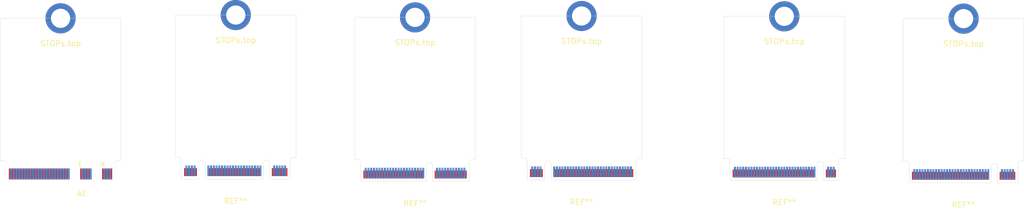
<source format=kicad_pcb>
(kicad_pcb (version 20211014) (generator pcbnew)
  (layers (0 "F.Cu" signal) (31 "B.Cu" signal) (34 "B.Paste" user) (35 "F.Paste" user) (36 "B.SilkS" user "B.Silkscreen") (37 "F.SilkS" user "F.Silkscreen") (38 "B.Mask" user) (39 "F.Mask" user) (44 "Edge.Cuts" user))
  (net 0 "")
  (footprint "m2ngff:m2-outer2230" (layer "F.Cu") (at 141 94)
    (fp_text reference "STOPs.top" (at 0 -25.4) (layer "F.SilkS"))
    (fp_text value "NGFF-BM2230")
    (pad "1" thru_hole circle (at 0 -30) (size 5.5 5.5) (drill 3.5) (layers *.Cu *.Mask))
  )
  (footprint "ngff:NGFF_A" (layer "F.Cu") (at 241.05 94.235)
    (fp_text reference "REF**" (at 0 4) (layer "F.SilkS"))
    (fp_text value "NGFF_A")
    (fp_line (start 7.225 0) (end 9.925 0) (layer "Edge.Cuts") (width 0.05))
    (fp_line (start -9.925 -3.5) (end -9.925 0) (layer "Edge.Cuts") (width 0.05))
    (fp_line (start 0 0) (end 6.025 0) (layer "Edge.Cuts") (width 0.05))
    (fp_line (start 6.025 0) (end 6.025 -2.9) (layer "Edge.Cuts") (width 0.05))
    (fp_line (start 10.425 -4) (end 11 -4) (layer "Edge.Cuts") (width 0.05))
    (fp_line (start -11 -4) (end -10.425 -4) (layer "Edge.Cuts") (width 0.05))
    (fp_line (start 7.225 -2.9) (end 7.225 0) (layer "Edge.Cuts") (width 0.05))
    (fp_line (start 9.925 0) (end 9.925 -3.5) (layer "Edge.Cuts") (width 0.05))
    (fp_line (start -9.925 0) (end 0 0) (layer "Edge.Cuts") (width 0.05))
    (fp_arc (start -10.425 -4) (mid -10.071447 -3.853553) (end -9.925 -3.5) (layer "Edge.Cuts") (width 0.05))
    (fp_arc (start 6.025 -2.9) (mid 6.625 -3.5) (end 7.225 -2.9) (layer "Edge.Cuts") (width 0.05))
    (fp_arc (start 9.925 -3.5) (mid 10.071447 -3.853553) (end 10.425 -4) (layer "Edge.Cuts") (width 0.05))
    (pad "1" smd rect locked (at 9.25 -1.275) (size 0.35 1.45) (layers "F.Cu"))
    (pad "2" smd rect locked (at 9 -1.525) (size 0.35 1.95) (layers "B.Cu"))
    (pad "3" smd rect locked (at 8.75 -1.275) (size 0.35 1.45) (layers "F.Cu"))
    (pad "4" smd rect locked (at 8.5 -1.525) (size 0.35 1.95) (layers "B.Cu"))
    (pad "5" smd rect locked (at 8.25 -1.275) (size 0.35 1.45) (layers "F.Cu"))
    (pad "6" smd rect locked (at 8 -1.525) (size 0.35 1.95) (layers "B.Cu"))
    (pad "7" smd rect locked (at 7.75 -1.275) (size 0.35 1.45) (layers "F.Cu"))
    (pad "16" smd rect locked (at 5.5 -1.525) (size 0.35 1.95) (layers "B.Cu"))
    (pad "17" smd rect locked (at 5.25 -1.275) (size 0.35 1.45) (layers "F.Cu"))
    (pad "18" smd rect locked (at 5 -1.525) (size 0.35 1.95) (layers "B.Cu"))
    (pad "19" smd rect locked (at 4.75 -1.275) (size 0.35 1.45) (layers "F.Cu"))
    (pad "20" smd rect locked (at 4.5 -1.525) (size 0.35 1.95) (layers "B.Cu"))
    (pad "21" smd rect locked (at 4.25 -1.275) (size 0.35 1.45) (layers "F.Cu"))
    (pad "22" smd rect locked (at 4 -1.525) (size 0.35 1.95) (layers "B.Cu"))
    (pad "23" smd rect locked (at 3.75 -1.275) (size 0.35 1.45) (layers "F.Cu"))
    (pad "24" smd rect locked (at 3.5 -1.525) (size 0.35 1.95) (layers "B.Cu"))
    (pad "25" smd rect locked (at 3.25 -1.275) (size 0.35 1.45) (layers "F.Cu"))
    (pad "26" smd rect locked (at 3 -1.525) (size 0.35 1.95) (layers "B.Cu"))
    (pad "27" smd rect locked (at 2.75 -1.275) (size 0.35 1.45) (layers "F.Cu"))
    (pad "28" smd rect locked (at 2.5 -1.525) (size 0.35 1.95) (layers "B.Cu"))
    (pad "29" smd rect locked (at 2.25 -1.275) (size 0.35 1.45) (layers "F.Cu"))
    (pad "30" smd rect locked (at 2 -1.525) (size 0.35 1.95) (layers "B.Cu"))
    (pad "31" smd rect locked (at 1.75 -1.275) (size 0.35 1.45) (layers "F.Cu"))
    (pad "32" smd rect locked (at 1.5 -1.525) (size 0.35 1.95) (layers "B.Cu"))
    (pad "33" smd rect locked (at 1.25 -1.275) (size 0.35 1.45) (layers "F.Cu"))
    (pad "34" smd rect locked (at 1 -1.525) (size 0.35 1.95) (layers "B.Cu"))
    (pad "35" smd rect locked (at 0.75 -1.275) (size 0.35 1.45) (layers "F.Cu"))
    (pad "36" smd rect locked (at 0.5 -1.525) (size 0.35 1.95) (layers "B.Cu"))
    (pad "37" smd rect locked (at 0.25 -1.275) (size 0.35 1.45) (layers "F.Cu"))
    (pad "38" smd rect locked (at 0 -1.525) (size 0.35 1.95) (layers "B.Cu"))
    (pad "39" smd rect locked (at -0.25 -1.275) (size 0.35 1.45) (layers "F.Cu"))
    (pad "40" smd rect locked (at -0.5 -1.525) (size 0.35 1.95) (layers "B.Cu"))
    (pad "41" smd rect locked (at -0.75 -1.275) (size 0.35 1.45) (layers "F.Cu"))
    (pad "42" smd rect locked (at -1 -1.525) (size 0.35 1.95) (layers "B.Cu"))
    (pad "43" smd rect locked (at -1.25 -1.275) (size 0.35 1.45) (layers "F.Cu"))
    (pad "44" smd rect locked (at -1.5 -1.525) (size 0.35 1.95) (layers "B.Cu"))
    (pad "45" smd rect locked (at -1.75 -1.275) (size 0.35 1.45) (layers "F.Cu"))
    (pad "46" smd rect locked (at -2 -1.525) (size 0.35 1.95) (layers "B.Cu"))
    (pad "47" smd rect locked (at -2.25 -1.275) (size 0.35 1.45) (layers "F.Cu"))
    (pad "48" smd rect locked (at -2.5 -1.525) (size 0.35 1.95) (layers "B.Cu"))
    (pad "49" smd rect locked (at -2.75 -1.275) (size 0.35 1.45) (layers "F.Cu"))
    (pad "50" smd rect locked (at -3 -1.525) (size 0.35 1.95) (layers "B.Cu"))
    (pad "51" smd rect locked (at -3.25 -1.275) (size 0.35 1.45) (layers "F.Cu"))
    (pad "52" smd rect locked (at -3.5 -1.525) (size 0.35 1.95) (layers "B.Cu"))
    (pad "53" smd rect locked (at -3.75 -1.275) (size 0.35 1.45) (layers "F.Cu"))
    (pad "54" smd rect locked (at -4 -1.525) (size 0.35 1.95) (layers "B.Cu"))
    (pad "55" smd rect locked (at -4.25 -1.275) (size 0.35 1.45) (layers "F.Cu"))
    (pad "56" smd rect locked (at -4.5 -1.525) (size 0.35 1.95) (layers "B.Cu"))
    (pad "57" smd rect locked (at -4.75 -1.275) (size 0.35 1.45) (layers "F.Cu"))
    (pad "58" smd rect locked (at -5 -1.525) (size 0.35 1.95) (layers "B.Cu"))
    (pad "59" smd rect locked (at -5.25 -1.275) (size 0.35 1.45) (layers "F.Cu"))
    (pad "60" smd rect locked (at -5.5 -1.525) (size 0.35 1.95) (layers "B.Cu"))
    (pad "61" smd rect locked (at -5.75 -1.275) (size 0.35 1.45) (layers "F.Cu"))
    (pad "62" smd rect locked (at -6 -1.525) (size 0.35 1.95) (layers "B.Cu"))
    (pad "63" smd rect locked (at -6.25 -1.275) (size 0.35 1.45) (layers "F.Cu"))
    (pad "64" smd rect locked (at -6.5 -1.525) (size 0.35 1.95) (layers "B.Cu"))
    (pad "65" smd rect locked (at -6.75 -1.275) (size 0.35 1.45) (layers "F.Cu"))
    (pad "66" smd rect locked (at -7 -1.525) (size 0.35 1.95) (layers "B.Cu"))
    (pad "67" smd rect locked (at -7.25 -1.275) (size 0.35 1.45) (layers "F.Cu"))
    (pad "68" smd rect locked (at -7.5 -1.525) (size 0.35 1.95) (layers "B.Cu"))
    (pad "69" smd rect locked (at -7.75 -1.275) (size 0.35 1.45) (layers "F.Cu"))
    (pad "70" smd rect locked (at -8 -1.525) (size 0.35 1.95) (layers "B.Cu"))
    (pad "71" smd rect locked (at -8.25 -1.275) (size 0.35 1.45) (layers "F.Cu"))
    (pad "72" smd rect locked (at -8.5 -1.525) (size 0.35 1.95) (layers "B.Cu"))
    (pad "73" smd rect locked (at -8.75 -1.275) (size 0.35 1.45) (layers "F.Cu"))
    (pad "74" smd rect locked (at -9 -1.525) (size 0.35 1.95) (layers "B.Cu"))
    (pad "75" smd rect locked (at -9.25 -1.275) (size 0.35 1.45) (layers "F.Cu"))
  )
  (footprint "ngff:NGFF_BM" (layer "F.Cu") (at 141 94)
    (fp_text reference "REF**" (at 0 4) (layer "F.SilkS"))
    (fp_text value "NGFF_B+M")
    (fp_line (start -9.925 0) (end -6.725 0) (layer "Edge.Cuts") (width 0.05))
    (fp_line (start -9.925 -3.5) (end -9.925 0) (layer "Edge.Cuts") (width 0.05))
    (fp_line (start -5.525 0) (end 0 0) (layer "Edge.Cuts") (width 0.05))
    (fp_line (start 6.225 0) (end 9.925 0) (layer "Edge.Cuts") (width 0.05))
    (fp_line (start -6.725 0) (end -6.725 -2.9) (layer "Edge.Cuts") (width 0.05))
    (fp_line (start -5.525 -2.9) (end -5.525 0) (layer "Edge.Cuts") (width 0.05))
    (fp_line (start 9.925 0) (end 9.925 -3.5) (layer "Edge.Cuts") (width 0.05))
    (fp_line (start 10.425 -4) (end 11 -4) (layer "Edge.Cuts") (width 0.05))
    (fp_line (start 0 0) (end 5.025 0) (layer "Edge.Cuts") (width 0.05))
    (fp_line (start 5.025 0) (end 5.025 -2.9) (layer "Edge.Cuts") (width 0.05))
    (fp_line (start 6.225 -2.9) (end 6.225 0) (layer "Edge.Cuts") (width 0.05))
    (fp_line (start -11 -4) (end -10.425 -4) (layer "Edge.Cuts") (width 0.05))
    (fp_arc (start 5.025 -2.9) (mid 5.625 -3.5) (end 6.225 -2.9) (layer "Edge.Cuts") (width 0.05))
    (fp_arc (start -6.725 -2.9) (mid -6.125 -3.5) (end -5.525 -2.9) (layer "Edge.Cuts") (width 0.05))
    (fp_arc (start 9.925 -3.5) (mid 10.071447 -3.853553) (end 10.425 -4) (layer "Edge.Cuts") (width 0.05))
    (fp_arc (start -10.425 -4) (mid -10.071447 -3.853553) (end -9.925 -3.5) (layer "Edge.Cuts") (width 0.05))
    (pad "1" smd rect locked (at 9.25 -1.275) (size 0.35 1.45) (layers "F.Cu"))
    (pad "2" smd rect locked (at 9 -1.525) (size 0.35 1.95) (layers "B.Cu"))
    (pad "3" smd rect locked (at 8.75 -1.275) (size 0.35 1.45) (layers "F.Cu"))
    (pad "4" smd rect locked (at 8.5 -1.525) (size 0.35 1.95) (layers "B.Cu"))
    (pad "5" smd rect locked (at 8.25 -1.275) (size 0.35 1.45) (layers "F.Cu"))
    (pad "6" smd rect locked (at 8 -1.525) (size 0.35 1.95) (layers "B.Cu"))
    (pad "7" smd rect locked (at 7.75 -1.275) (size 0.35 1.45) (layers "F.Cu"))
    (pad "8" smd rect locked (at 7.5 -1.525) (size 0.35 1.95) (layers "B.Cu"))
    (pad "9" smd rect locked (at 7.25 -1.275) (size 0.35 1.45) (layers "F.Cu"))
    (pad "10" smd rect locked (at 7 -1.525) (size 0.35 1.95) (layers "B.Cu"))
    (pad "11" smd rect locked (at 6.75 -1.275) (size 0.35 1.45) (layers "F.Cu"))
    (pad "20" smd rect locked (at 4.5 -1.525) (size 0.35 1.95) (layers "B.Cu"))
    (pad "21" smd rect locked (at 4.25 -1.275) (size 0.35 1.45) (layers "F.Cu"))
    (pad "22" smd rect locked (at 4 -1.525) (size 0.35 1.95) (layers "B.Cu"))
    (pad "23" smd rect locked (at 3.75 -1.275) (size 0.35 1.45) (layers "F.Cu"))
    (pad "24" smd rect locked (at 3.5 -1.525) (size 0.35 1.95) (layers "B.Cu"))
    (pad "25" smd rect locked (at 3.25 -1.275) (size 0.35 1.45) (layers "F.Cu"))
    (pad "26" smd rect locked (at 3 -1.525) (size 0.35 1.95) (layers "B.Cu"))
    (pad "27" smd rect locked (at 2.75 -1.275) (size 0.35 1.45) (layers "F.Cu"))
    (pad "28" smd rect locked (at 2.5 -1.525) (size 0.35 1.95) (layers "B.Cu"))
    (pad "29" smd rect locked (at 2.25 -1.275) (size 0.35 1.45) (layers "F.Cu"))
    (pad "30" smd rect locked (at 2 -1.525) (size 0.35 1.95) (layers "B.Cu"))
    (pad "31" smd rect locked (at 1.75 -1.275) (size 0.35 1.45) (layers "F.Cu"))
    (pad "32" smd rect locked (at 1.5 -1.525) (size 0.35 1.95) (layers "B.Cu"))
    (pad "33" smd rect locked (at 1.25 -1.275) (size 0.35 1.45) (layers "F.Cu"))
    (pad "34" smd rect locked (at 1 -1.525) (size 0.35 1.95) (layers "B.Cu"))
    (pad "35" smd rect locked (at 0.75 -1.275) (size 0.35 1.45) (layers "F.Cu"))
    (pad "36" smd rect locked (at 0.5 -1.525) (size 0.35 1.95) (layers "B.Cu"))
    (pad "37" smd rect locked (at 0.25 -1.275) (size 0.35 1.45) (layers "F.Cu"))
    (pad "38" smd rect locked (at 0 -1.525) (size 0.35 1.95) (layers "B.Cu"))
    (pad "39" smd rect locked (at -0.25 -1.275) (size 0.35 1.45) (layers "F.Cu"))
    (pad "40" smd rect locked (at -0.5 -1.525) (size 0.35 1.95) (layers "B.Cu"))
    (pad "41" smd rect locked (at -0.75 -1.275) (size 0.35 1.45) (layers "F.Cu"))
    (pad "42" smd rect locked (at -1 -1.525) (size 0.35 1.95) (layers "B.Cu"))
    (pad "43" smd rect locked (at -1.25 -1.275) (size 0.35 1.45) (layers "F.Cu"))
    (pad "44" smd rect locked (at -1.5 -1.525) (size 0.35 1.95) (layers "B.Cu"))
    (pad "45" smd rect locked (at -1.75 -1.275) (size 0.35 1.45) (layers "F.Cu"))
    (pad "46" smd rect locked (at -2 -1.525) (size 0.35 1.95) (layers "B.Cu"))
    (pad "47" smd rect locked (at -2.25 -1.275) (size 0.35 1.45) (layers "F.Cu"))
    (pad "48" smd rect locked (at -2.5 -1.525) (size 0.35 1.95) (layers "B.Cu"))
    (pad "49" smd rect locked (at -2.75 -1.275) (size 0.35 1.45) (layers "F.Cu"))
    (pad "50" smd rect locked (at -3 -1.525) (size 0.35 1.95) (layers "B.Cu"))
    (pad "51" smd rect locked (at -3.25 -1.275) (size 0.35 1.45) (layers "F.Cu"))
    (pad "52" smd rect locked (at -3.5 -1.525) (size 0.35 1.95) (layers "B.Cu"))
    (pad "53" smd rect locked (at -3.75 -1.275) (size 0.35 1.45) (layers "F.Cu"))
    (pad "54" smd rect locked (at -4 -1.525) (size 0.35 1.95) (layers "B.Cu"))
    (pad "55" smd rect locked (at -4.25 -1.275) (size 0.35 1.45) (layers "F.Cu"))
    (pad "56" smd rect locked (at -4.5 -1.525) (size 0.35 1.95) (layers "B.Cu"))
    (pad "57" smd rect locked (at -4.75 -1.275) (size 0.35 1.45) (layers "F.Cu"))
    (pad "58" smd rect locked (at -5 -1.525) (size 0.35 1.95) (layers "B.Cu"))
    (pad "67" smd rect locked (at -7.25 -1.275) (size 0.35 1.45) (layers "F.Cu"))
    (pad "68" smd rect locked (at -7.5 -1.525) (size 0.35 1.95) (layers "B.Cu"))
    (pad "69" smd rect locked (at -7.75 -1.275) (size 0.35 1.45) (layers "F.Cu"))
    (pad "70" smd rect locked (at -8 -1.525) (size 0.35 1.95) (layers "B.Cu"))
    (pad "71" smd rect locked (at -8.25 -1.275) (size 0.35 1.45) (layers "F.Cu"))
    (pad "72" smd rect locked (at -8.5 -1.525) (size 0.35 1.95) (layers "B.Cu"))
    (pad "73" smd rect locked (at -8.75 -1.275) (size 0.35 1.45) (layers "F.Cu"))
    (pad "74" smd rect locked (at -9 -1.525) (size 0.35 1.95) (layers "B.Cu"))
    (pad "75" smd rect locked (at -9.25 -1.275) (size 0.35 1.45) (layers "F.Cu"))
  )
  (footprint "ngff:NGFF_B" (layer "F.Cu") (at 273.75 94.66)
    (fp_text reference "REF**" (at 0 4) (layer "F.SilkS"))
    (fp_text value "NGFF_B")
    (fp_line (start 0 0) (end 5.025 0) (layer "Edge.Cuts") (width 0.05))
    (fp_line (start 6.225 -2.9) (end 6.225 0) (layer "Edge.Cuts") (width 0.05))
    (fp_line (start 10.425 -4) (end 11 -4) (layer "Edge.Cuts") (width 0.05))
    (fp_line (start -9.925 -3.5) (end -9.925 0) (layer "Edge.Cuts") (width 0.05))
    (fp_line (start -11 -4) (end -10.425 -4) (layer "Edge.Cuts") (width 0.05))
    (fp_line (start 5.025 0) (end 5.025 -2.9) (layer "Edge.Cuts") (width 0.05))
    (fp_line (start 9.925 0) (end 9.925 -3.5) (layer "Edge.Cuts") (width 0.05))
    (fp_line (start 6.225 0) (end 9.925 0) (layer "Edge.Cuts") (width 0.05))
    (fp_line (start -9.925 0) (end 0 0) (layer "Edge.Cuts") (width 0.05))
    (fp_arc (start -10.425 -4) (mid -10.071447 -3.853553) (end -9.925 -3.5) (layer "Edge.Cuts") (width 0.05))
    (fp_arc (start 9.925 -3.5) (mid 10.071447 -3.853553) (end 10.425 -4) (layer "Edge.Cuts") (width 0.05))
    (fp_arc (start 5.025 -2.9) (mid 5.625 -3.5) (end 6.225 -2.9) (layer "Edge.Cuts") (width 0.05))
    (pad "1" smd rect locked (at 9.25 -1.275) (size 0.35 1.45) (layers "F.Cu"))
    (pad "2" smd rect locked (at 9 -1.525) (size 0.35 1.95) (layers "B.Cu"))
    (pad "3" smd rect locked (at 8.75 -1.275) (size 0.35 1.45) (layers "F.Cu"))
    (pad "4" smd rect locked (at 8.5 -1.525) (size 0.35 1.95) (layers "B.Cu"))
    (pad "5" smd rect locked (at 8.25 -1.275) (size 0.35 1.45) (layers "F.Cu"))
    (pad "6" smd rect locked (at 8 -1.525) (size 0.35 1.95) (layers "B.Cu"))
    (pad "7" smd rect locked (at 7.75 -1.275) (size 0.35 1.45) (layers "F.Cu"))
    (pad "8" smd rect locked (at 7.5 -1.525) (size 0.35 1.95) (layers "B.Cu"))
    (pad "9" smd rect locked (at 7.25 -1.275) (size 0.35 1.45) (layers "F.Cu"))
    (pad "10" smd rect locked (at 7 -1.525) (size 0.35 1.95) (layers "B.Cu"))
    (pad "11" smd rect locked (at 6.75 -1.275) (size 0.35 1.45) (layers "F.Cu"))
    (pad "20" smd rect locked (at 4.5 -1.525) (size 0.35 1.95) (layers "B.Cu"))
    (pad "21" smd rect locked (at 4.25 -1.275) (size 0.35 1.45) (layers "F.Cu"))
    (pad "22" smd rect locked (at 4 -1.525) (size 0.35 1.95) (layers "B.Cu"))
    (pad "23" smd rect locked (at 3.75 -1.275) (size 0.35 1.45) (layers "F.Cu"))
    (pad "24" smd rect locked (at 3.5 -1.525) (size 0.35 1.95) (layers "B.Cu"))
    (pad "25" smd rect locked (at 3.25 -1.275) (size 0.35 1.45) (layers "F.Cu"))
    (pad "26" smd rect locked (at 3 -1.525) (size 0.35 1.95) (layers "B.Cu"))
    (pad "27" smd rect locked (at 2.75 -1.275) (size 0.35 1.45) (layers "F.Cu"))
    (pad "28" smd rect locked (at 2.5 -1.525) (size 0.35 1.95) (layers "B.Cu"))
    (pad "29" smd rect locked (at 2.25 -1.275) (size 0.35 1.45) (layers "F.Cu"))
    (pad "30" smd rect locked (at 2 -1.525) (size 0.35 1.95) (layers "B.Cu"))
    (pad "31" smd rect locked (at 1.75 -1.275) (size 0.35 1.45) (layers "F.Cu"))
    (pad "32" smd rect locked (at 1.5 -1.525) (size 0.35 1.95) (layers "B.Cu"))
    (pad "33" smd rect locked (at 1.25 -1.275) (size 0.35 1.45) (layers "F.Cu"))
    (pad "34" smd rect locked (at 1 -1.525) (size 0.35 1.95) (layers "B.Cu"))
    (pad "35" smd rect locked (at 0.75 -1.275) (size 0.35 1.45) (layers "F.Cu"))
    (pad "36" smd rect locked (at 0.5 -1.525) (size 0.35 1.95) (layers "B.Cu"))
    (pad "37" smd rect locked (at 0.25 -1.275) (size 0.35 1.45) (layers "F.Cu"))
    (pad "38" smd rect locked (at 0 -1.525) (size 0.35 1.95) (layers "B.Cu"))
    (pad "39" smd rect locked (at -0.25 -1.275) (size 0.35 1.45) (layers "F.Cu"))
    (pad "40" smd rect locked (at -0.5 -1.525) (size 0.35 1.95) (layers "B.Cu"))
    (pad "41" smd rect locked (at -0.75 -1.275) (size 0.35 1.45) (layers "F.Cu"))
    (pad "42" smd rect locked (at -1 -1.525) (size 0.35 1.95) (layers "B.Cu"))
    (pad "43" smd rect locked (at -1.25 -1.275) (size 0.35 1.45) (layers "F.Cu"))
    (pad "44" smd rect locked (at -1.5 -1.525) (size 0.35 1.95) (layers "B.Cu"))
    (pad "45" smd rect locked (at -1.75 -1.275) (size 0.35 1.45) (layers "F.Cu"))
    (pad "46" smd rect locked (at -2 -1.525) (size 0.35 1.95) (layers "B.Cu"))
    (pad "47" smd rect locked (at -2.25 -1.275) (size 0.35 1.45) (layers "F.Cu"))
    (pad "48" smd rect locked (at -2.5 -1.525) (size 0.35 1.95) (layers "B.Cu"))
    (pad "49" smd rect locked (at -2.75 -1.275) (size 0.35 1.45) (layers "F.Cu"))
    (pad "50" smd rect locked (at -3 -1.525) (size 0.35 1.95) (layers "B.Cu"))
    (pad "51" smd rect locked (at -3.25 -1.275) (size 0.35 1.45) (layers "F.Cu"))
    (pad "52" smd rect locked (at -3.5 -1.525) (size 0.35 1.95) (layers "B.Cu"))
    (pad "53" smd rect locked (at -3.75 -1.275) (size 0.35 1.45) (layers "F.Cu"))
    (pad "54" smd rect locked (at -4 -1.525) (size 0.35 1.95) (layers "B.Cu"))
    (pad "55" smd rect locked (at -4.25 -1.275) (size 0.35 1.45) (layers "F.Cu"))
    (pad "56" smd rect locked (at -4.5 -1.525) (size 0.35 1.95) (layers "B.Cu"))
    (pad "57" smd rect locked (at -4.75 -1.275) (size 0.35 1.45) (layers "F.Cu"))
    (pad "58" smd rect locked (at -5 -1.525) (size 0.35 1.95) (layers "B.Cu"))
    (pad "59" smd rect locked (at -5.25 -1.275) (size 0.35 1.45) (layers "F.Cu"))
    (pad "60" smd rect locked (at -5.5 -1.525) (size 0.35 1.95) (layers "B.Cu"))
    (pad "61" smd rect locked (at -5.75 -1.275) (size 0.35 1.45) (layers "F.Cu"))
    (pad "62" smd rect locked (at -6 -1.525) (size 0.35 1.95) (layers "B.Cu"))
    (pad "63" smd rect locked (at -6.25 -1.275) (size 0.35 1.45) (layers "F.Cu"))
    (pad "64" smd rect locked (at -6.5 -1.525) (size 0.35 1.95) (layers "B.Cu"))
    (pad "65" smd rect locked (at -6.75 -1.275) (size 0.35 1.45) (layers "F.Cu"))
    (pad "66" smd rect locked (at -7 -1.525) (size 0.35 1.95) (layers "B.Cu"))
    (pad "67" smd rect locked (at -7.25 -1.275) (size 0.35 1.45) (layers "F.Cu"))
    (pad "68" smd rect locked (at -7.5 -1.525) (size 0.35 1.95) (layers "B.Cu"))
    (pad "69" smd rect locked (at -7.75 -1.275) (size 0.35 1.45) (layers "F.Cu"))
    (pad "70" smd rect locked (at -8 -1.525) (size 0.35 1.95) (layers "B.Cu"))
    (pad "71" smd rect locked (at -8.25 -1.275) (size 0.35 1.45) (layers "F.Cu"))
    (pad "72" smd rect locked (at -8.5 -1.525) (size 0.35 1.95) (layers "B.Cu"))
    (pad "73" smd rect locked (at -8.75 -1.275) (size 0.35 1.45) (layers "F.Cu"))
    (pad "74" smd rect locked (at -9 -1.525) (size 0.35 1.95) (layers "B.Cu"))
    (pad "75" smd rect locked (at -9.25 -1.275) (size 0.35 1.45) (layers "F.Cu"))
  )
  (footprint "m2ngff:m2-outer2230" (layer "F.Cu") (at 204.075 94.175)
    (fp_text reference "STOPs.top" (at 0 -25.4) (layer "F.SilkS"))
    (fp_text value "NGFF-BM2230")
    (pad "1" thru_hole circle (at 0 -30) (size 5.5 5.5) (drill 3.5) (layers *.Cu *.Mask))
  )
  (footprint "ngff:NGFF_E" (layer "F.Cu") (at 173.7 94.425)
    (fp_text reference "REF**" (at 0 4) (layer "F.SilkS"))
    (fp_text value "NGFF_E")
    (fp_line (start 9.925 0) (end 9.925 -3.5) (layer "Edge.Cuts") (width 0.05))
    (fp_line (start 3.225 -2.9) (end 3.225 0) (layer "Edge.Cuts") (width 0.05))
    (fp_line (start 0 0) (end 2.025 0) (layer "Edge.Cuts") (width 0.05))
    (fp_line (start 10.425 -4) (end 11 -4) (layer "Edge.Cuts") (width 0.05))
    (fp_line (start -11 -4) (end -10.425 -4) (layer "Edge.Cuts") (width 0.05))
    (fp_line (start -9.925 -3.5) (end -9.925 0) (layer "Edge.Cuts") (width 0.05))
    (fp_line (start -9.925 0) (end 0 0) (layer "Edge.Cuts") (width 0.05))
    (fp_line (start 2.025 0) (end 2.025 -2.9) (layer "Edge.Cuts") (width 0.05))
    (fp_line (start 3.225 0) (end 9.925 0) (layer "Edge.Cuts") (width 0.05))
    (fp_arc (start 2.025 -2.9) (mid 2.625 -3.5) (end 3.225 -2.9) (layer "Edge.Cuts") (width 0.05))
    (fp_arc (start 9.925 -3.5) (mid 10.071447 -3.853553) (end 10.425 -4) (layer "Edge.Cuts") (width 0.05))
    (fp_arc (start -10.425 -4) (mid -10.071447 -3.853553) (end -9.925 -3.5) (layer "Edge.Cuts") (width 0.05))
    (pad "1" smd rect locked (at 9.25 -1.275) (size 0.35 1.45) (layers "F.Cu"))
    (pad "2" smd rect locked (at 9 -1.525) (size 0.35 1.95) (layers "B.Cu"))
    (pad "3" smd rect locked (at 8.75 -1.275) (size 0.35 1.45) (layers "F.Cu"))
    (pad "4" smd rect locked (at 8.5 -1.525) (size 0.35 1.95) (layers "B.Cu"))
    (pad "5" smd rect locked (at 8.25 -1.275) (size 0.35 1.45) (layers "F.Cu"))
    (pad "6" smd rect locked (at 8 -1.525) (size 0.35 1.95) (layers "B.Cu"))
    (pad "7" smd rect locked (at 7.75 -1.275) (size 0.35 1.45) (layers "F.Cu"))
    (pad "8" smd rect locked (at 7.5 -1.525) (size 0.35 1.95) (layers "B.Cu"))
    (pad "9" smd rect locked (at 7.25 -1.275) (size 0.35 1.45) (layers "F.Cu"))
    (pad "10" smd rect locked (at 7 -1.525) (size 0.35 1.95) (layers "B.Cu"))
    (pad "11" smd rect locked (at 6.75 -1.275) (size 0.35 1.45) (layers "F.Cu"))
    (pad "12" smd rect locked (at 6.5 -1.525) (size 0.35 1.95) (layers "B.Cu"))
    (pad "13" smd rect locked (at 6.25 -1.275) (size 0.35 1.45) (layers "F.Cu"))
    (pad "14" smd rect locked (at 6 -1.525) (size 0.35 1.95) (layers "B.Cu"))
    (pad "15" smd rect locked (at 5.75 -1.275) (size 0.35 1.45) (layers "F.Cu"))
    (pad "16" smd rect locked (at 5.5 -1.525) (size 0.35 1.95) (layers "B.Cu"))
    (pad "17" smd rect locked (at 5.25 -1.275) (size 0.35 1.45) (layers "F.Cu"))
    (pad "18" smd rect locked (at 5 -1.525) (size 0.35 1.95) (layers "B.Cu"))
    (pad "19" smd rect locked (at 4.75 -1.275) (size 0.35 1.45) (layers "F.Cu"))
    (pad "20" smd rect locked (at 4.5 -1.525) (size 0.35 1.95) (layers "B.Cu"))
    (pad "21" smd rect locked (at 4.25 -1.275) (size 0.35 1.45) (layers "F.Cu"))
    (pad "22" smd rect locked (at 4 -1.525) (size 0.35 1.95) (layers "B.Cu"))
    (pad "23" smd rect locked (at 3.75 -1.275) (size 0.35 1.45) (layers "F.Cu"))
    (pad "32" smd rect locked (at 1.5 -1.525) (size 0.35 1.95) (layers "B.Cu"))
    (pad "33" smd rect locked (at 1.25 -1.275) (size 0.35 1.45) (layers "F.Cu"))
    (pad "34" smd rect locked (at 1 -1.525) (size 0.35 1.95) (layers "B.Cu"))
    (pad "35" smd rect locked (at 0.75 -1.275) (size 0.35 1.45) (layers "F.Cu"))
    (pad "36" smd rect locked (at 0.5 -1.525) (size 0.35 1.95) (layers "B.Cu"))
    (pad "37" smd rect locked (at 0.25 -1.275) (size 0.35 1.45) (layers "F.Cu"))
    (pad "38" smd rect locked (at 0 -1.525) (size 0.35 1.95) (layers "B.Cu"))
    (pad "39" smd rect locked (at -0.25 -1.275) (size 0.35 1.45) (layers "F.Cu"))
    (pad "40" smd rect locked (at -0.5 -1.525) (size 0.35 1.95) (layers "B.Cu"))
    (pad "41" smd rect locked (at -0.75 -1.275) (size 0.35 1.45) (layers "F.Cu"))
    (pad "42" smd rect locked (at -1 -1.525) (size 0.35 1.95) (layers "B.Cu"))
    (pad "43" smd rect locked (at -1.25 -1.275) (size 0.35 1.45) (layers "F.Cu"))
    (pad "44" smd rect locked (at -1.5 -1.525) (size 0.35 1.95) (layers "B.Cu"))
    (pad "45" smd rect locked (at -1.75 -1.275) (size 0.35 1.45) (layers "F.Cu"))
    (pad "46" smd rect locked (at -2 -1.525) (size 0.35 1.95) (layers "B.Cu"))
    (pad "47" smd rect locked (at -2.25 -1.275) (size 0.35 1.45) (layers "F.Cu"))
    (pad "48" smd rect locked (at -2.5 -1.525) (size 0.35 1.95) (layers "B.Cu"))
    (pad "49" smd rect locked (at -2.75 -1.275) (size 0.35 1.45) (layers "F.Cu"))
    (pad "50" smd rect locked (at -3 -1.525) (size 0.35 1.95) (layers "B.Cu"))
    (pad "51" smd rect locked (at -3.25 -1.275) (size 0.35 1.45) (layers "F.Cu"))
    (pad "52" smd rect locked (at -3.5 -1.525) (size 0.35 1.95) (layers "B.Cu"))
    (pad "53" smd rect locked (at -3.75 -1.275) (size 0.35 1.45) (layers "F.Cu"))
    (pad "54" smd rect locked (at -4 -1.525) (size 0.35 1.95) (layers "B.Cu"))
    (pad "55" smd rect locked (at -4.25 -1.275) (size 0.35 1.45) (layers "F.Cu"))
    (pad "56" smd rect locked (at -4.5 -1.525) (size 0.35 1.95) (layers "B.Cu"))
    (pad "57" smd rect locked (at -4.75 -1.275) (size 0.35 1.45) (layers "F.Cu"))
    (pad "58" smd rect locked (at -5 -1.525) (size 0.35 1.95) (layers "B.Cu"))
    (pad "59" smd rect locked (at -5.25 -1.275) (size 0.35 1.45) (layers "F.Cu"))
    (pad "60" smd rect locked (at -5.5 -1.525) (size 0.35 1.95) (layers "B.Cu"))
    (pad "61" smd rect locked (at -5.75 -1.275) (size 0.35 1.45) (layers "F.Cu"))
    (pad "62" smd rect locked (at -6 -1.525) (size 0.35 1.95) (layers "B.Cu"))
    (pad "63" smd rect locked (at -6.25 -1.275) (size 0.35 1.45) (layers "F.Cu"))
    (pad "64" smd rect locked (at -6.5 -1.525) (size 0.35 1.95) (layers "B.Cu"))
    (pad "65" smd rect locked (at -6.75 -1.275) (size 0.35 1.45) (layers "F.Cu"))
    (pad "66" smd rect locked (at -7 -1.525) (size 0.35 1.95) (layers "B.Cu"))
    (pad "67" smd rect locked (at -7.25 -1.275) (size 0.35 1.45) (layers "F.Cu"))
    (pad "68" smd rect locked (at -7.5 -1.525) (size 0.35 1.95) (layers "B.Cu"))
    (pad "69" smd rect locked (at -7.75 -1.275) (size 0.35 1.45) (layers "F.Cu"))
    (pad "70" smd rect locked (at -8 -1.525) (size 0.35 1.95) (layers "B.Cu"))
    (pad "71" smd rect locked (at -8.25 -1.275) (size 0.35 1.45) (layers "F.Cu"))
    (pad "72" smd rect locked (at -8.5 -1.525) (size 0.35 1.95) (layers "B.Cu"))
    (pad "73" smd rect locked (at -8.75 -1.275) (size 0.35 1.45) (layers "F.Cu"))
    (pad "74" smd rect locked (at -9 -1.525) (size 0.35 1.95) (layers "B.Cu"))
    (pad "75" smd rect locked (at -9.25 -1.275) (size 0.35 1.45) (layers "F.Cu"))
  )
  (footprint "ngff:NGFF_AE" (layer "F.Cu") (at 109.04 94.6)
    (fp_text reference "AE" (at 3.91 2.05) (layer "F.SilkS"))
    (fp_text value "NGFF_AE")
    (fp_text user "A" (at 7.7 -3.3) (layer "F.SilkS") (effects (font (size 0.8 0.8))))
    (fp_text user "E" (at 3.6 -3.3) (layer "F.SilkS") (effects (font (size 0.8 0.8))))
    (fp_line (start 3.225 0) (end 3.225 -2.9) (layer "Edge.Cuts") (width 0.01))
    (fp_line (start 3.225 0) (end 6.025 0) (layer "Edge.Cuts") (width 0.01))
    (fp_line (start -9.9 0) (end -9.9 -3.5) (layer "Edge.Cuts") (width 0.01))
    (fp_line (start 7.225 0) (end 7.225 -2.9) (layer "Edge.Cuts") (width 0.01))
    (fp_line (start 9.9 0) (end 9.9 -3.5) (layer "Edge.Cuts") (width 0.01))
    (fp_line (start 2.025 0) (end 2.025 -2.9) (layer "Edge.Cuts") (width 0.01))
    (fp_line (start -9.9 0) (end 2.025 0) (layer "Edge.Cuts") (width 0.01))
    (fp_line (start 11 -4) (end 10.4 -4) (layer "Edge.Cuts") (width 0.05))
    (fp_line (start 7.225 0) (end 9.9 0) (layer "Edge.Cuts") (width 0.01))
    (fp_line (start -11 -4) (end -10.4 -4) (layer "Edge.Cuts") (width 0.05))
    (fp_line (start 6.025 0) (end 6.025 -2.9) (layer "Edge.Cuts") (width 0.01))
    (fp_arc (start 2.025 -2.9) (mid 2.625 -3.5) (end 3.225 -2.9) (layer "Edge.Cuts") (width 0.01))
    (fp_arc (start 6.025 -2.9) (mid 6.625 -3.5) (end 7.225 -2.9) (layer "Edge.Cuts") (width 0.01))
    (fp_arc (start 9.9 -3.5) (mid 10.046447 -3.853553) (end 10.4 -4) (layer "Edge.Cuts") (width 0.05))
    (fp_arc (start -10.4 -4) (mid -10.046447 -3.853553) (end -9.9 -3.5) (layer "Edge.Cuts") (width 0.05))
    (pad "1" smd rect (at 9.25 -1.55) (size 0.35 2) (layers "F.Cu" "F.Mask"))
    (pad "2" smd rect (at 9 -1.55) (size 0.35 2) (layers "B.Cu" "B.Mask"))
    (pad "3" smd rect (at 8.75 -1.55) (size 0.35 2) (layers "F.Cu" "F.Mask"))
    (pad "4" smd rect (at 8.5 -1.55) (size 0.35 2) (layers "B.Cu" "B.Mask"))
    (pad "5" smd rect (at 8.25 -1.55) (size 0.35 2) (layers "F.Cu" "F.Mask"))
    (pad "6" smd rect (at 8 -1.55) (size 0.35 2) (layers "B.Cu" "B.Mask"))
    (pad "7" smd rect (at 7.75 -1.55) (size 0.35 2) (layers "F.Cu" "F.Mask"))
    (pad "16" smd rect (at 5.5 -1.55) (size 0.35 2) (layers "B.Cu" "B.Mask"))
    (pad "17" smd rect (at 5.25 -1.55) (size 0.35 2) (layers "F.Cu" "F.Mask"))
    (pad "18" smd rect (at 5 -1.55) (size 0.35 2) (layers "B.Cu" "B.Mask"))
    (pad "19" smd rect (at 4.75 -1.55) (size 0.35 2) (layers "F.Cu" "F.Mask"))
    (pad "20" smd rect (at 4.5 -1.55) (size 0.35 2) (layers "B.Cu" "B.Mask"))
    (pad "21" smd rect (at 4.25 -1.55) (size 0.35 2) (layers "F.Cu" "F.Mask"))
    (pad "22" smd rect (at 4 -1.55) (size 0.35 2) (layers "B.Cu" "B.Mask"))
    (pad "23" smd rect (at 3.75 -1.55) (size 0.35 2) (layers "F.Cu" "F.Mask"))
    (pad "32" smd rect (at 1.5 -1.55) (size 0.35 2) (layers "B.Cu" "B.Mask"))
    (pad "33" smd rect (at 1.25 -1.55) (size 0.35 2) (layers "F.Cu" "F.Mask"))
    (pad "34" smd rect (at 1 -1.55) (size 0.35 2) (layers "B.Cu" "B.Mask"))
    (pad "35" smd rect (at 0.75 -1.55) (size 0.35 2) (layers "F.Cu" "F.Mask"))
    (pad "36" smd rect (at 0.5 -1.55) (size 0.35 2) (layers "B.Cu" "B.Mask"))
    (pad "37" smd rect (at 0.25 -1.55) (size 0.35 2) (layers "F.Cu" "F.Mask"))
    (pad "38" smd rect (at 0 -1.55) (size 0.35 2) (layers "B.Cu" "B.Mask"))
    (pad "39" smd rect (at -0.25 -1.55) (size 0.35 2) (layers "F.Cu" "F.Mask"))
    (pad "40" smd rect (at -0.5 -1.55) (size 0.35 2) (layers "B.Cu" "B.Mask"))
    (pad "41" smd rect (at -0.75 -1.55) (size 0.35 2) (layers "F.Cu" "F.Mask"))
    (pad "42" smd rect (at -1 -1.55) (size 0.35 2) (layers "B.Cu" "B.Mask"))
    (pad "43" smd rect (at -1.25 -1.55) (size 0.35 2) (layers "F.Cu" "F.Mask"))
    (pad "44" smd rect (at -1.5 -1.55) (size 0.35 2) (layers "B.Cu" "B.Mask"))
    (pad "45" smd rect (at -1.75 -1.55) (size 0.35 2) (layers "F.Cu" "F.Mask"))
    (pad "46" smd rect (at -2 -1.55) (size 0.35 2) (layers "B.Cu" "B.Mask"))
    (pad "47" smd rect (at -2.25 -1.55) (size 0.35 2) (layers "F.Cu" "F.Mask"))
    (pad "48" smd rect (at -2.5 -1.55) (size 0.35 2) (layers "B.Cu" "B.Mask"))
    (pad "49" smd rect (at -2.75 -1.55) (size 0.35 2) (layers "F.Cu" "F.Mask"))
    (pad "50" smd rect (at -3 -1.55) (size 0.35 2) (layers "B.Cu" "B.Mask"))
    (pad "51" smd rect (at -3.25 -1.55) (size 0.35 2) (layers "F.Cu" "F.Mask"))
    (pad "52" smd rect (at -3.5 -1.55) (size 0.35 2) (layers "B.Cu" "B.Mask"))
    (pad "53" smd rect (at -3.75 -1.55) (size 0.35 2) (layers "F.Cu" "F.Mask"))
    (pad "54" smd rect (at -4 -1.55) (size 0.35 2) (layers "B.Cu" "B.Mask"))
    (pad "55" smd rect (at -4.25 -1.55) (size 0.35 2) (layers "F.Cu" "F.Mask"))
    (pad "56" smd rect (at -4.5 -1.55) (size 0.35 2) (layers "B.Cu" "B.Mask"))
    (pad "57" smd rect (at -4.75 -1.55) (size 0.35 2) (layers "F.Cu" "F.Mask"))
    (pad "58" smd rect (at -5 -1.55) (size 0.35 2) (layers "B.Cu" "B.Mask"))
    (pad "59" smd rect (at -5.25 -1.55) (size 0.35 2) (layers "F.Cu" "F.Mask"))
    (pad "60" smd rect (at -5.5 -1.55) (size 0.35 2) (layers "B.Cu" "B.Mask"))
    (pad "61" smd rect (at -5.75 -1.55) (size 0.35 2) (layers "F.Cu" "F.Mask"))
    (pad "62" smd rect (at -6 -1.55) (size 0.35 2) (layers "B.Cu" "B.Mask"))
    (pad "63" smd rect (at -6.25 -1.55) (size 0.35 2) (layers "F.Cu" "F.Mask"))
    (pad "64" smd rect (at -6.5 -1.55) (size 0.35 2) (layers "B.Cu" "B.Mask"))
    (pad "65" smd rect (at -6.75 -1.55) (size 0.35 2) (layers "F.Cu" "F.Mask"))
    (pad "66" smd rect (at -7 -1.55) (size 0.35 2) (layers "B.Cu" "B.Mask"))
    (pad "67" smd rect (at -7.25 -1.55) (size 0.35 2) (layers "F.Cu" "F.Mask"))
    (pad "68" smd rect (at -7.5 -1.55) (size 0.35 2) (layers "B.Cu" "B.Mask"))
    (pad "69" smd rect (at -7.75 -1.55) (size 0.35 2) (layers "F.Cu" "F.Mask"))
    (pad "70" smd rect (at -8 -1.55) (size 0.35 2) (layers "B.Cu" "B.Mask"))
    (pad "71" smd rect (at -8.25 -1.55) (size 0.35 2) (layers "F.Cu" "F.Mask"))
    (pad "72" smd rect (at -8.5 -1.55) (size 0.35 2) (layers "B.Cu" "B.Mask"))
    (pad "73" smd rect (at -8.75 -1.55) (size 0.35 2) (layers "F.Cu" "F.Mask"))
    (pad "74" smd rect (at -9 -1.55) (size 0.35 2) (layers "B.Cu" "B.Mask"))
    (pad "75" smd rect (at -9.25 -1.55) (size 0.35 2) (layers "F.Cu" "F.Mask"))
  )
  (footprint "m2ngff:m2-outer2230" (layer "F.Cu") (at 173.7 94.425)
    (fp_text reference "STOPs.top" (at 0 -25.4) (layer "F.SilkS"))
    (fp_text value "NGFF-BM2230")
    (pad "1" thru_hole circle (at 0 -30) (size 5.5 5.5) (drill 3.5) (layers *.Cu *.Mask))
  )
  (footprint "ngff:NGFF_M" (layer "F.Cu") (at 204.075 94.175)
    (fp_text reference "REF**" (at 0 4) (layer "F.SilkS"))
    (fp_text value "NGFF_M")
    (fp_line (start 0 0) (end 9.925 0) (layer "Edge.Cuts") (width 0.05))
    (fp_line (start -5.525 -2.9) (end -5.525 0) (layer "Edge.Cuts") (width 0.05))
    (fp_line (start 9.925 0) (end 9.925 -3.5) (layer "Edge.Cuts") (width 0.05))
    (fp_line (start -5.525 0) (end 0 0) (layer "Edge.Cuts") (width 0.05))
    (fp_line (start -9.925 0) (end -6.725 0) (layer "Edge.Cuts") (width 0.05))
    (fp_line (start -9.925 -3.5) (end -9.925 0) (layer "Edge.Cuts") (width 0.05))
    (fp_line (start -11 -4) (end -10.425 -4) (layer "Edge.Cuts") (width 0.05))
    (fp_line (start 10.425 -4) (end 11 -4) (layer "Edge.Cuts") (width 0.05))
    (fp_line (start -6.725 0) (end -6.725 -2.9) (layer "Edge.Cuts") (width 0.05))
    (fp_arc (start -10.425 -4) (mid -10.071447 -3.853553) (end -9.925 -3.5) (layer "Edge.Cuts") (width 0.05))
    (fp_arc (start -6.725 -2.9) (mid -6.125 -3.5) (end -5.525 -2.9) (layer "Edge.Cuts") (width 0.05))
    (fp_arc (start 9.925 -3.5) (mid 10.071447 -3.853553) (end 10.425 -4) (layer "Edge.Cuts") (width 0.05))
    (pad "1" smd rect locked (at 9.25 -1.275) (size 0.35 1.45) (layers "F.Cu"))
    (pad "2" smd rect locked (at 9 -1.525) (size 0.35 1.95) (layers "B.Cu"))
    (pad "3" smd rect locked (at 8.75 -1.275) (size 0.35 1.45) (layers "F.Cu"))
    (pad "4" smd rect locked (at 8.5 -1.525) (size 0.35 1.95) (layers "B.Cu"))
    (pad "5" smd rect locked (at 8.25 -1.275) (size 0.35 1.45) (layers "F.Cu"))
    (pad "6" smd rect locked (at 8 -1.525) (size 0.35 1.95) (layers "B.Cu"))
    (pad "7" smd rect locked (at 7.75 -1.275) (size 0.35 1.45) (layers "F.Cu"))
    (pad "8" smd rect locked (at 7.5 -1.525) (size 0.35 1.95) (layers "B.Cu"))
    (pad "9" smd rect locked (at 7.25 -1.275) (size 0.35 1.45) (layers "F.Cu"))
    (pad "10" smd rect locked (at 7 -1.525) (size 0.35 1.95) (layers "B.Cu"))
    (pad "11" smd rect locked (at 6.75 -1.275) (size 0.35 1.45) (layers "F.Cu"))
    (pad "12" smd rect locked (at 6.5 -1.525) (size 0.35 1.95) (layers "B.Cu"))
    (pad "13" smd rect locked (at 6.25 -1.275) (size 0.35 1.45) (layers "F.Cu"))
    (pad "14" smd rect locked (at 6 -1.525) (size 0.35 1.95) (layers "B.Cu"))
    (pad "15" smd rect locked (at 5.75 -1.275) (size 0.35 1.45) (layers "F.Cu"))
    (pad "16" smd rect locked (at 5.5 -1.525) (size 0.35 1.95) (layers "B.Cu"))
    (pad "17" smd rect locked (at 5.25 -1.275) (size 0.35 1.45) (layers "F.Cu"))
    (pad "18" smd rect locked (at 5 -1.525) (size 0.35 1.95) (layers "B.Cu"))
    (pad "19" smd rect locked (at 4.75 -1.275) (size 0.35 1.45) (layers "F.Cu"))
    (pad "20" smd rect locked (at 4.5 -1.525) (size 0.35 1.95) (layers "B.Cu"))
    (pad "21" smd rect locked (at 4.25 -1.275) (size 0.35 1.45) (layers "F.Cu"))
    (pad "22" smd rect locked (at 4 -1.525) (size 0.35 1.95) (layers "B.Cu"))
    (pad "23" smd rect locked (at 3.75 -1.275) (size 0.35 1.45) (layers "F.Cu"))
    (pad "24" smd rect locked (at 3.5 -1.525) (size 0.35 1.95) (layers "B.Cu"))
    (pad "25" smd rect locked (at 3.25 -1.275) (size 0.35 1.45) (layers "F.Cu"))
    (pad "26" smd rect locked (at 3 -1.525) (size 0.35 1.95) (layers "B.Cu"))
    (pad "27" smd rect locked (at 2.75 -1.275) (size 0.35 1.45) (layers "F.Cu"))
    (pad "28" smd rect locked (at 2.5 -1.525) (size 0.35 1.95) (layers "B.Cu"))
    (pad "29" smd rect locked (at 2.25 -1.275) (size 0.35 1.45) (layers "F.Cu"))
    (pad "30" smd rect locked (at 2 -1.525) (size 0.35 1.95) (layers "B.Cu"))
    (pad "31" smd rect locked (at 1.75 -1.275) (size 0.35 1.45) (layers "F.Cu"))
    (pad "32" smd rect locked (at 1.5 -1.525) (size 0.35 1.95) (layers "B.Cu"))
    (pad "33" smd rect locked (at 1.25 -1.275) (size 0.35 1.45) (layers "F.Cu"))
    (pad "34" smd rect locked (at 1 -1.525) (size 0.35 1.95) (layers "B.Cu"))
    (pad "35" smd rect locked (at 0.75 -1.275) (size 0.35 1.45) (layers "F.Cu"))
    (pad "36" smd rect locked (at 0.5 -1.525) (size 0.35 1.95) (layers "B.Cu"))
    (pad "37" smd rect locked (at 0.25 -1.275) (size 0.35 1.45) (layers "F.Cu"))
    (pad "38" smd rect locked (at 0 -1.525) (size 0.35 1.95) (layers "B.Cu"))
    (pad "39" smd rect locked (at -0.25 -1.275) (size 0.35 1.45) (layers "F.Cu"))
    (pad "40" smd rect locked (at -0.5 -1.525) (size 0.35 1.95) (layers "B.Cu"))
    (pad "41" smd rect locked (at -0.75 -1.275) (size 0.35 1.45) (layers "F.Cu"))
    (pad "42" smd rect locked (at -1 -1.525) (size 0.35 1.95) (layers "B.Cu"))
    (pad "43" smd rect locked (at -1.25 -1.275) (size 0.35 1.45) (layers "F.Cu"))
    (pad "44" smd rect locked (at -1.5 -1.525) (size 0.35 1.95) (layers "B.Cu"))
    (pad "45" smd rect locked (at -1.75 -1.275) (size 0.35 1.45) (layers "F.Cu"))
    (pad "46" smd rect locked (at -2 -1.525) (size 0.35 1.95) (layers "B.Cu"))
    (pad "47" smd rect locked (at -2.25 -1.275) (size 0.35 1.45) (layers "F.Cu"))
    (pad "48" smd rect locked (at -2.5 -1.525) (size 0.35 1.95) (layers "B.Cu"))
    (pad "49" smd rect locked (at -2.75 -1.275) (size 0.35 1.45) (layers "F.Cu"))
    (pad "50" smd rect locked (at -3 -1.525) (size 0.35 1.95) (layers "B.Cu"))
    (pad "51" smd rect locked (at -3.25 -1.275) (size 0.35 1.45) (layers "F.Cu"))
    (pad "52" smd rect locked (at -3.5 -1.525) (size 0.35 1.95) (layers "B.Cu"))
    (pad "53" smd rect locked (at -3.75 -1.275) (size 0.35 1.45) (layers "F.Cu"))
    (pad "54" smd rect locked (at -4 -1.525) (size 0.35 1.95) (layers "B.Cu"))
    (pad "55" smd rect locked (at -4.25 -1.275) (size 0.35 1.45) (layers "F.Cu"))
    (pad "56" smd rect locked (at -4.5 -1.525) (size 0.35 1.95) (layers "B.Cu"))
    (pad "57" smd rect locked (at -4.75 -1.275) (size 0.35 1.45) (layers "F.Cu"))
    (pad "58" smd rect locked (at -5 -1.525) (size 0.35 1.95) (layers "B.Cu"))
    (pad "67" smd rect locked (at -7.25 -1.275) (size 0.35 1.45) (layers "F.Cu"))
    (pad "68" smd rect locked (at -7.5 -1.525) (size 0.35 1.95) (layers "B.Cu"))
    (pad "69" smd rect locked (at -7.75 -1.275) (size 0.35 1.45) (layers "F.Cu"))
    (pad "70" smd rect locked (at -8 -1.525) (size 0.35 1.95) (layers "B.Cu"))
    (pad "71" smd rect locked (at -8.25 -1.275) (size 0.35 1.45) (layers "F.Cu"))
    (pad "72" smd rect locked (at -8.5 -1.525) (size 0.35 1.95) (layers "B.Cu"))
    (pad "73" smd rect locked (at -8.75 -1.275) (size 0.35 1.45) (layers "F.Cu"))
    (pad "74" smd rect locked (at -9 -1.525) (size 0.35 1.95) (layers "B.Cu"))
    (pad "75" smd rect locked (at -9.25 -1.275) (size 0.35 1.45) (layers "F.Cu"))
  )
  (footprint "m2ngff:m2-outer2230" (layer "F.Cu") (at 241.05 94.235)
    (fp_text reference "STOPs.top" (at 0 -25.4) (layer "F.SilkS"))
    (fp_text value "NGFF-BM2230")
    (pad "1" thru_hole circle (at 0 -30) (size 5.5 5.5) (drill 3.5) (layers *.Cu *.Mask))
  )
  (footprint "m2ngff:m2-outer2230" (layer "F.Cu") (at 273.75 94.66)
    (fp_text reference "STOPs.top" (at 0 -25.4) (layer "F.SilkS"))
    (fp_text value "NGFF-BM2230")
    (pad "1" thru_hole circle (at 0 -30) (size 5.5 5.5) (drill 3.5) (layers *.Cu *.Mask))
  )
  (footprint "m2ngff:m2-outer2230" (layer "F.Cu") (at 109.05 94.6)
    (fp_text reference "STOPs.top" (at 0 -25.4) (layer "F.SilkS"))
    (fp_text value "NGFF-BM2230")
    (pad "1" thru_hole circle (at 0 -30) (size 5.5 5.5) (drill 3.5) (layers *.Cu *.Mask))
  )
  (gr_line (start 215.075 64.175) (end 215.075 90.175) (layer "Edge.Cuts") (width 0.05))
  (gr_line (start 152 64) (end 152 90) (layer "Edge.Cuts") (width 0.05))
  (gr_line (start 98.05 90.6) (end 98.05 64.6) (layer "Edge.Cuts") (width 0.05))
  (gr_line (start 120.05 64.6) (end 120.05 90.6) (layer "Edge.Cuts") (width 0.05))
  (gr_line (start 252.05 64.235) (end 252.05 90.235) (layer "Edge.Cuts") (width 0.05))
  (gr_line (start 262.75 64.66) (end 284.75 64.66) (layer "Edge.Cuts") (width 0.05))
  (gr_line (start 230.05 64.235) (end 252.05 64.235) (layer "Edge.Cuts") (width 0.05))
  (gr_line (start 184.7 64.425) (end 184.7 90.425) (layer "Edge.Cuts") (width 0.05))
  (gr_line (start 130 90) (end 130 64) (layer "Edge.Cuts") (width 0.05))
  (gr_line (start 193.075 64.175) (end 215.075 64.175) (layer "Edge.Cuts") (width 0.05))
  (gr_line (start 98.05 64.6) (end 120.05 64.6) (layer "Edge.Cuts") (width 0.05))
  (gr_line (start 284.75 64.66) (end 284.75 90.66) (layer "Edge.Cuts") (width 0.05))
  (gr_line (start 193.075 90.175) (end 193.075 64.175) (layer "Edge.Cuts") (width 0.05))
  (gr_line (start 162.7 90.425) (end 162.7 64.425) (layer "Edge.Cuts") (width 0.05))
  (gr_line (start 262.75 90.66) (end 262.75 64.66) (layer "Edge.Cuts") (width 0.05))
  (gr_line (start 162.7 64.425) (end 184.7 64.425) (layer "Edge.Cuts") (width 0.05))
  (gr_line (start 130 64) (end 152 64) (layer "Edge.Cuts") (width 0.05))
  (gr_line (start 230.05 90.235) (end 230.05 64.235) (layer "Edge.Cuts") (width 0.05))
)
</source>
